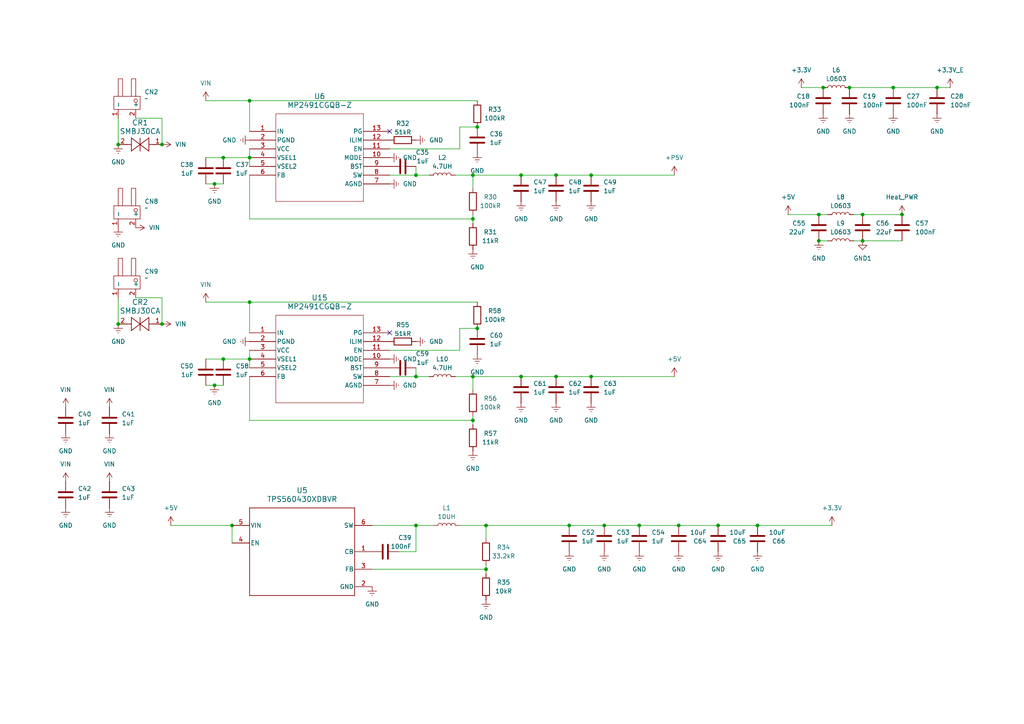
<source format=kicad_sch>
(kicad_sch (version 20231120) (generator "eeschema") (generator_version "8.0")
  (paper "A4")
  (lib_symbols
    (symbol "Device:C" (pin_numbers hide) (pin_names (offset 0.254))
      (property "Reference" "C" (at 0.635 2.54 0))
      (property "Value" "C" (at 0.635 -2.54 0))
      (symbol "C_0_1"
        (polyline (pts (xy -2.032 -0.762) (xy 2.032 -0.762)) (stroke (width 0.508)))
        (polyline (pts (xy -2.032 0.762) (xy 2.032 0.762)) (stroke (width 0.508)))
      )
      (symbol "C_1_1"
        (pin passive line (at 0 3.81 270) (length 2.794) (name "~") (number "1"))
        (pin passive line (at 0 -3.81 90) (length 2.794) (name "~") (number "2"))
      )
    )
    (symbol "Device:L" (pin_numbers hide) (pin_names (offset 1.016) hide)
      (property "Reference" "L" (at -1.27 0 90))
      (property "Value" "L" (at 1.905 0 90))
      (symbol "L_0_1"
        (arc (start 0 -2.54) (mid 0.6323 -1.905) (end 0 -1.27))
        (arc (start 0 -1.27) (mid 0.6323 -0.635) (end 0 0))
        (arc (start 0 0) (mid 0.6323 0.635) (end 0 1.27))
        (arc (start 0 1.27) (mid 0.6323 1.905) (end 0 2.54))
      )
      (symbol "L_1_1"
        (pin passive line (at 0 3.81 270) (length 1.27) (name "1") (number "1"))
        (pin passive line (at 0 -3.81 90) (length 1.27) (name "2") (number "2"))
      )
    )
    (symbol "Device:R" (pin_numbers hide) (pin_names (offset 0))
      (property "Reference" "R" (at 2.032 0 90))
      (property "Value" "R" (at 0 0 90))
      (symbol "R_0_1"
        (rectangle (start -1.016 -2.54) (end 1.016 2.54) (stroke (width 0.254)))
      )
      (symbol "R_1_1"
        (pin passive line (at 0 3.81 270) (length 1.27) (name "~") (number "1"))
        (pin passive line (at 0 -3.81 90) (length 1.27) (name "~") (number "2"))
      )
    )
    (symbol "Kaiser:MP2491CGQB-Z" (pin_names (offset 0.254))
      (property "Reference" "U" (at 20.32 10.16 0))
      (property "Value" "MP2491CGQB-Z" (at 20.32 7.62 0))
      (symbol "MP2491CGQB-Z_0_1"
        (polyline (pts (xy 7.62 -20.32) (xy 33.02 -20.32)) (stroke (width 0.127)))
        (polyline (pts (xy 7.62 5.08) (xy 7.62 -20.32)) (stroke (width 0.127)))
        (polyline (pts (xy 33.02 -20.32) (xy 33.02 5.08)) (stroke (width 0.127)))
        (polyline (pts (xy 33.02 5.08) (xy 7.62 5.08)) (stroke (width 0.127)))
        (pin power_in line (at 0 0 0) (length 7.62) (name "IN") (number "1"))
        (pin unspecified line (at 40.64 -7.62 180) (length 7.62) (name "MODE") (number "10"))
        (pin unspecified line (at 40.64 -5.08 180) (length 7.62) (name "EN") (number "11"))
        (pin unspecified line (at 40.64 -2.54 180) (length 7.62) (name "ILIM") (number "12"))
        (pin output line (at 40.64 0 180) (length 7.62) (name "PG") (number "13"))
        (pin power_out line (at 0 -2.54 0) (length 7.62) (name "PGND") (number "2"))
        (pin power_in line (at 0 -5.08 0) (length 7.62) (name "VCC") (number "3"))
        (pin unspecified line (at 0 -7.62 0) (length 7.62) (name "VSEL1") (number "4"))
        (pin unspecified line (at 0 -10.16 0) (length 7.62) (name "VSEL2") (number "5"))
        (pin unspecified line (at 0 -12.7 0) (length 7.62) (name "FB") (number "6"))
        (pin power_out line (at 40.64 -15.24 180) (length 7.62) (name "AGND") (number "7"))
        (pin output line (at 40.64 -12.7 180) (length 7.62) (name "SW") (number "8"))
        (pin unspecified line (at 40.64 -10.16 180) (length 7.62) (name "BST") (number "9"))
      )
    )
    (symbol "Kaiser:SMBJ30CA" (pin_names (offset 0.254))
      (property "Reference" "CR" (at 1.27 3.81 0))
      (property "Value" "SMBJ30CA" (at 6.35 -3.81 0))
      (symbol "SMBJ30CA_0_1"
        (polyline (pts (xy 2.54 0) (xy 3.81 0)) (stroke (width 0.2032)))
        (polyline (pts (xy 3.81 -1.905) (xy 6.35 0)) (stroke (width 0.2032)))
        (polyline (pts (xy 3.81 1.905) (xy 3.81 -1.905)) (stroke (width 0.2032)))
        (polyline (pts (xy 6.35 -1.905) (xy 6.35 1.905)) (stroke (width 0.2032)))
        (polyline (pts (xy 6.35 0) (xy 3.81 1.905)) (stroke (width 0.2032)))
        (polyline (pts (xy 6.35 0) (xy 8.89 1.905)) (stroke (width 0.2032)))
        (polyline (pts (xy 8.89 -1.905) (xy 6.35 0)) (stroke (width 0.2032)))
        (polyline (pts (xy 8.89 0) (xy 10.16 0)) (stroke (width 0.2032)))
        (polyline (pts (xy 8.89 1.905) (xy 8.89 -1.905)) (stroke (width 0.2032)))
        (pin unspecified line (at 12.7 0 180) (length 2.54) (name "") (number "1"))
        (pin unspecified line (at 0 0 0) (length 2.54) (name "") (number "2"))
      )
    )
    (symbol "Kaiser:TPS560430XDBVR" (pin_names (offset 0.254))
      (property "Reference" "U" (at -14.986 14.732 0))
      (property "Value" "TPS560430XDBVR" (at 0 -9.144 0))
      (symbol "TPS560430XDBVR_0_1"
        (polyline (pts (xy -15.24 -12.7) (xy 15.24 -12.7)) (stroke (width 0.2032)))
        (polyline (pts (xy -15.24 12.7) (xy -15.24 -12.7)) (stroke (width 0.2032)))
        (polyline (pts (xy 15.24 -12.7) (xy 15.24 12.7)) (stroke (width 0.2032)))
        (polyline (pts (xy 15.24 12.7) (xy -15.24 12.7)) (stroke (width 0.2032)))
        (pin power_in line (at 20.32 0 180) (length 5.08) (name "CB") (number "1"))
        (pin power_in line (at 20.32 -10.16 180) (length 5.08) (name "GND") (number "2"))
        (pin input line (at 20.32 -5.08 180) (length 5.08) (name "FB") (number "3"))
        (pin input line (at -20.32 2.54 0) (length 5.08) (name "EN") (number "4"))
        (pin power_in line (at -20.32 7.62 0) (length 5.08) (name "VIN") (number "5"))
        (pin power_in line (at 20.32 7.62 180) (length 5.08) (name "SW") (number "6"))
      )
    )
    (symbol "Kaiser:XT？？"
      (property "Reference" "CN" (at -3.81 9.906 0))
      (symbol "XT？？_0_1"
        (rectangle (start -3.81 0) (end 3.81 3.81))
        (polyline (pts (xy -2.54 3.81) (xy -2.54 8.89) (xy -1.27 8.89) (xy -1.27 3.81)))
        (polyline (pts (xy 2.54 3.81) (xy 2.54 8.89) (xy 1.27 8.89) (xy 1.27 3.81)))
        (circle (center 2.54 2.54) (radius 0.508))
      )
      (symbol "XT？？_1_1"
        (pin input line (at -2.54 -2.54 90) (length 2.54) (name "-") (number "1"))
        (pin input line (at 2.54 -2.54 90) (length 2.54) (name "+") (number "2"))
      )
    )
    (symbol "power:GND1" (power) (pin_numbers hide) (pin_names (offset 0) hide)
      (property "Value" "GND1" (at 0 -3.81 0))
      (symbol "GND1_0_1"
        (polyline (pts (xy 0 0) (xy 0 -1.27) (xy 1.27 -1.27) (xy 0 -2.54) (xy -1.27 -1.27) (xy 0 -1.27)))
      )
      (symbol "GND1_1_1"
        (pin power_in line (at 0 0 270) (length 0) (name "~") (number "1"))
      )
    )
    (symbol "power:GNDREF" (power) (pin_numbers hide) (pin_names (offset 0) hide)
      (property "Value" "GNDREF" (at 0 -3.81 0))
      (symbol "GNDREF_0_1"
        (polyline (pts (xy -0.635 -1.905) (xy 0.635 -1.905)))
        (polyline (pts (xy -0.127 -2.54) (xy 0.127 -2.54)))
        (polyline (pts (xy 0 -1.27) (xy 0 0)))
        (polyline (pts (xy 1.27 -1.27) (xy -1.27 -1.27)))
      )
      (symbol "GNDREF_1_1"
        (pin power_in line (at 0 0 270) (length 0) (name "~") (number "1"))
      )
    )
    (symbol "power:VCC" (power) (pin_numbers hide) (pin_names (offset 0) hide)
      (property "Value" "VCC" (at 0 3.556 0))
      (symbol "VCC_0_1"
        (polyline (pts (xy -0.762 1.27) (xy 0 2.54)))
        (polyline (pts (xy 0 0) (xy 0 2.54)))
        (polyline (pts (xy 0 2.54) (xy 0.762 1.27)))
      )
      (symbol "VCC_1_1"
        (pin power_in line (at 0 0 90) (length 0) (name "~") (number "1"))
      )
    )
  )
  (junction (at 72.39 29.21))
  (junction (at 138.43 95.25))
  (junction (at 151.13 109.22))
  (junction (at 137.16 121.92))
  (junction (at 137.16 50.8))
  (junction (at 185.42 152.4))
  (junction (at 238.76 25.4))
  (junction (at 64.77 45.72))
  (junction (at 237.49 62.23))
  (junction (at 72.39 45.72))
  (junction (at 34.29 41.91))
  (junction (at 72.39 87.63))
  (junction (at 137.16 63.5))
  (junction (at 246.38 25.4))
  (junction (at 67.31 152.4))
  (junction (at 250.19 62.23))
  (junction (at 208.28 152.4))
  (junction (at 171.45 50.8))
  (junction (at 64.77 104.14))
  (junction (at 175.26 152.4))
  (junction (at 219.71 152.4))
  (junction (at 161.29 109.22))
  (junction (at 237.49 69.85))
  (junction (at 261.62 62.23))
  (junction (at 140.97 165.1))
  (junction (at 171.45 109.22))
  (junction (at 120.65 50.8))
  (junction (at 271.78 25.4))
  (junction (at 137.16 109.22))
  (junction (at 259.08 25.4))
  (junction (at 72.39 104.14))
  (junction (at 120.65 109.22))
  (junction (at 62.23 53.34))
  (junction (at 138.43 36.83))
  (junction (at 34.29 93.98))
  (junction (at 46.99 41.91))
  (junction (at 250.19 69.85))
  (junction (at 196.85 152.4))
  (junction (at 120.65 152.4))
  (junction (at 62.23 111.76))
  (junction (at 161.29 50.8))
  (junction (at 151.13 50.8))
  (junction (at 46.99 93.98))
  (junction (at 140.97 152.4))
  (junction (at 165.1 152.4))
  (no_connect (at 113.03 96.52))
  (no_connect (at 113.03 38.1))
  (wire (pts (xy 113.03 43.18) (xy 133.35 43.18)))
  (wire (pts (xy 120.65 160.02) (xy 120.65 152.4)))
  (wire (pts (xy 62.23 111.76) (xy 59.69 111.76)))
  (wire (pts (xy 62.23 53.34) (xy 59.69 53.34)))
  (wire (pts (xy 271.78 25.4) (xy 259.08 25.4)))
  (wire (pts (xy 185.42 152.4) (xy 175.26 152.4)))
  (wire (pts (xy 247.65 62.23) (xy 250.19 62.23)))
  (wire (pts (xy 67.31 152.4) (xy 67.31 157.48)))
  (wire (pts (xy 59.69 104.14) (xy 64.77 104.14)))
  (wire (pts (xy 72.39 121.92) (xy 137.16 121.92)))
  (wire (pts (xy 115.57 160.02) (xy 120.65 160.02)))
  (wire (pts (xy 46.99 93.98) (xy 46.99 86.36)))
  (wire (pts (xy 237.49 69.85) (xy 240.03 69.85)))
  (wire (pts (xy 137.16 121.92) (xy 137.16 123.19)))
  (wire (pts (xy 171.45 109.22) (xy 195.58 109.22)))
  (wire (pts (xy 113.03 101.6) (xy 133.35 101.6)))
  (wire (pts (xy 137.16 63.5) (xy 137.16 64.77)))
  (wire (pts (xy 161.29 109.22) (xy 171.45 109.22)))
  (wire (pts (xy 250.19 69.85) (xy 247.65 69.85)))
  (wire (pts (xy 113.03 109.22) (xy 120.65 109.22)))
  (wire (pts (xy 72.39 104.14) (xy 72.39 106.68)))
  (wire (pts (xy 132.08 109.22) (xy 137.16 109.22)))
  (wire (pts (xy 62.23 53.34) (xy 64.77 53.34)))
  (wire (pts (xy 107.95 165.1) (xy 140.97 165.1)))
  (wire (pts (xy 46.99 41.91) (xy 46.99 34.29)))
  (wire (pts (xy 140.97 156.21) (xy 140.97 152.4)))
  (wire (pts (xy 137.16 50.8) (xy 137.16 54.61)))
  (wire (pts (xy 132.08 50.8) (xy 137.16 50.8)))
  (wire (pts (xy 125.73 152.4) (xy 120.65 152.4)))
  (wire (pts (xy 137.16 50.8) (xy 151.13 50.8)))
  (wire (pts (xy 72.39 29.21) (xy 72.39 38.1)))
  (wire (pts (xy 175.26 152.4) (xy 165.1 152.4)))
  (wire (pts (xy 46.99 86.36) (xy 39.37 86.36)))
  (wire (pts (xy 72.39 50.8) (xy 72.39 63.5)))
  (wire (pts (xy 250.19 69.85) (xy 261.62 69.85)))
  (wire (pts (xy 140.97 152.4) (xy 165.1 152.4)))
  (wire (pts (xy 137.16 62.23) (xy 137.16 63.5)))
  (wire (pts (xy 138.43 29.21) (xy 72.39 29.21)))
  (wire (pts (xy 34.29 41.91) (xy 34.29 34.29)))
  (wire (pts (xy 137.16 109.22) (xy 151.13 109.22)))
  (wire (pts (xy 62.23 111.76) (xy 64.77 111.76)))
  (wire (pts (xy 133.35 43.18) (xy 133.35 36.83)))
  (wire (pts (xy 151.13 50.8) (xy 161.29 50.8)))
  (wire (pts (xy 219.71 152.4) (xy 241.3 152.4)))
  (wire (pts (xy 137.16 109.22) (xy 137.16 113.03)))
  (wire (pts (xy 232.41 25.4) (xy 238.76 25.4)))
  (wire (pts (xy 72.39 101.6) (xy 72.39 104.14)))
  (wire (pts (xy 137.16 120.65) (xy 137.16 121.92)))
  (wire (pts (xy 59.69 45.72) (xy 64.77 45.72)))
  (wire (pts (xy 72.39 43.18) (xy 72.39 45.72)))
  (wire (pts (xy 120.65 50.8) (xy 124.46 50.8)))
  (wire (pts (xy 237.49 62.23) (xy 240.03 62.23)))
  (wire (pts (xy 120.65 109.22) (xy 124.46 109.22)))
  (wire (pts (xy 34.29 93.98) (xy 34.29 86.36)))
  (wire (pts (xy 120.65 106.68) (xy 120.65 109.22)))
  (wire (pts (xy 64.77 104.14) (xy 72.39 104.14)))
  (wire (pts (xy 72.39 109.22) (xy 72.39 121.92)))
  (wire (pts (xy 120.65 48.26) (xy 120.65 50.8)))
  (wire (pts (xy 46.99 34.29) (xy 39.37 34.29)))
  (wire (pts (xy 140.97 165.1) (xy 140.97 166.37)))
  (wire (pts (xy 64.77 45.72) (xy 72.39 45.72)))
  (wire (pts (xy 219.71 152.4) (xy 208.28 152.4)))
  (wire (pts (xy 133.35 95.25) (xy 138.43 95.25)))
  (wire (pts (xy 208.28 152.4) (xy 196.85 152.4)))
  (wire (pts (xy 171.45 50.8) (xy 195.58 50.8)))
  (wire (pts (xy 59.69 87.63) (xy 72.39 87.63)))
  (wire (pts (xy 113.03 50.8) (xy 120.65 50.8)))
  (wire (pts (xy 140.97 152.4) (xy 133.35 152.4)))
  (wire (pts (xy 250.19 62.23) (xy 261.62 62.23)))
  (wire (pts (xy 72.39 87.63) (xy 72.39 96.52)))
  (wire (pts (xy 72.39 45.72) (xy 72.39 48.26)))
  (wire (pts (xy 138.43 87.63) (xy 72.39 87.63)))
  (wire (pts (xy 161.29 50.8) (xy 171.45 50.8)))
  (wire (pts (xy 228.6 62.23) (xy 237.49 62.23)))
  (wire (pts (xy 120.65 152.4) (xy 107.95 152.4)))
  (wire (pts (xy 259.08 25.4) (xy 246.38 25.4)))
  (wire (pts (xy 59.69 29.21) (xy 72.39 29.21)))
  (wire (pts (xy 185.42 152.4) (xy 196.85 152.4)))
  (wire (pts (xy 140.97 163.83) (xy 140.97 165.1)))
  (wire (pts (xy 133.35 101.6) (xy 133.35 95.25)))
  (wire (pts (xy 151.13 109.22) (xy 161.29 109.22)))
  (wire (pts (xy 133.35 36.83) (xy 138.43 36.83)))
  (wire (pts (xy 72.39 63.5) (xy 137.16 63.5)))
  (wire (pts (xy 49.53 152.4) (xy 67.31 152.4)))
  (wire (pts (xy 275.59 25.4) (xy 271.78 25.4)))
  (symbol (lib_id "Kaiser:SMBJ30CA") (at 34.29 41.91 0) (unit 1)
    (property "Reference" "CR1" (at 40.64 35.56 0) (effects (font (size 1.524 1.524))))
    (property "Value" "SMBJ30CA" (at 40.64 38.1 0) (effects (font (size 1.524 1.524))))
    (property "Footprint" "Kaiser:DO-214AA_LTF" (effects (hide yes)))
  )
  (symbol (lib_id "Device:C") (at 151.13 113.03 0) (mirror x) (unit 1)
    (property "Reference" "C61" (at 154.686 111.252 0) (effects (justify left)))
    (property "Value" "1uF" (at 154.686 113.792 0) (effects (justify left)))
    (property "Footprint" "Kaiser:C_1206_3216Metric" (effects (hide yes)))
    (property "Description" "Unpolarized capacitor" (effects (hide yes)))
  )
  (symbol (lib_id "Device:C") (at 31.75 121.92 0) (mirror x) (unit 1)
    (property "Reference" "C41" (at 35.306 120.142 0) (effects (justify left)))
    (property "Value" "1uF" (at 35.306 122.682 0) (effects (justify left)))
    (property "Footprint" "Kaiser:C_1206_3216Metric" (effects (hide yes)))
    (property "Description" "Unpolarized capacitor" (effects (hide yes)))
  )
  (symbol (lib_id "power:GNDREF") (at 34.29 41.91 0) (mirror y) (unit 1)
    (property "Reference" "#PWR029" (effects (hide yes)))
    (property "Value" "GND" (at 34.29 46.99 0))
    (property "Description" "Power symbol creates a global label with name \"GNDREF\" , reference supply ground" (effects (hide yes)))
  )
  (symbol (lib_id "Kaiser:XT？？") (at 36.83 63.5 0) (unit 1)
    (property "Reference" "CN8" (at 41.91 58.4199 0) (effects (justify left)))
    (property "Value" "~" (at 41.91 60.325 0) (effects (justify left)))
    (property "Footprint" "Connector_AMASS:AMASS_XT30U-M_1x02_P5.0mm_Vertical" (effects (hide yes)))
  )
  (symbol (lib_id "Device:C") (at 165.1 156.21 0) (mirror x) (unit 1)
    (property "Reference" "C52" (at 168.656 154.432 0) (effects (justify left)))
    (property "Value" "1uF" (at 168.656 156.972 0) (effects (justify left)))
    (property "Footprint" "Kaiser:C_1206_3216Metric" (effects (hide yes)))
    (property "Description" "Unpolarized capacitor" (effects (hide yes)))
  )
  (symbol (lib_id "power:GNDREF") (at 171.45 58.42 0) (mirror y) (unit 1)
    (property "Reference" "#PWR0164" (effects (hide yes)))
    (property "Value" "GND" (at 171.45 63.5 0))
    (property "Description" "Power symbol creates a global label with name \"GNDREF\" , reference supply ground" (effects (hide yes)))
  )
  (symbol (lib_id "Device:C") (at 138.43 99.06 0) (mirror x) (unit 1)
    (property "Reference" "C60" (at 141.986 97.282 0) (effects (justify left)))
    (property "Value" "1uF" (at 141.986 99.822 0) (effects (justify left)))
    (property "Footprint" "Kaiser:C_0402_1005Metric" (effects (hide yes)))
    (property "Description" "Unpolarized capacitor" (effects (hide yes)))
  )
  (symbol (lib_id "power:GND1") (at 250.19 69.85 0) (unit 1)
    (property "Reference" "#PWR0175" (effects (hide yes)))
    (property "Value" "GND1" (at 250.19 74.93 0))
    (property "Description" "Power symbol creates a global label with name \"GND1\" , ground" (effects (hide yes)))
  )
  (symbol (lib_id "Device:C") (at 138.43 40.64 0) (mirror x) (unit 1)
    (property "Reference" "C36" (at 141.986 38.862 0) (effects (justify left)))
    (property "Value" "1uF" (at 141.986 41.402 0) (effects (justify left)))
    (property "Footprint" "Kaiser:C_0402_1005Metric" (effects (hide yes)))
    (property "Description" "Unpolarized capacitor" (effects (hide yes)))
  )
  (symbol (lib_id "power:VCC") (at 31.75 139.7 0) (unit 1)
    (property "Reference" "#PWR0123" (effects (hide yes)))
    (property "Value" "VIN" (at 31.75 134.62 0))
    (property "Description" "Power symbol creates a global label with name \"VCC\"" (effects (hide yes)))
  )
  (symbol (lib_id "Device:C") (at 196.85 156.21 180) (unit 1)
    (property "Reference" "C64" (at 204.978 156.972 0) (effects (justify left)))
    (property "Value" "10uF" (at 204.978 154.432 0) (effects (justify left)))
    (property "Footprint" "Kaiser:C_0402_1005Metric" (effects (hide yes)))
    (property "Description" "Unpolarized capacitor" (effects (hide yes)))
  )
  (symbol (lib_id "power:GNDREF") (at 151.13 58.42 0) (mirror y) (unit 1)
    (property "Reference" "#PWR0162" (effects (hide yes)))
    (property "Value" "GND" (at 151.13 63.5 0))
    (property "Description" "Power symbol creates a global label with name \"GNDREF\" , reference supply ground" (effects (hide yes)))
  )
  (symbol (lib_id "Kaiser:MP2491CGQB-Z") (at 72.39 96.52 0) (unit 1)
    (property "Reference" "U15" (at 92.71 86.36 0) (effects (font (size 1.524 1.524))))
    (property "Value" "MP2491CGQB-Z" (at 92.71 88.9 0) (effects (font (size 1.524 1.524))))
    (property "Footprint" "Kaiser:QFN-13_2p5MMx3MM_MNP" (effects (hide yes)))
  )
  (symbol (lib_id "power:GNDREF") (at 31.75 147.32 0) (mirror y) (unit 1)
    (property "Reference" "#PWR0124" (effects (hide yes)))
    (property "Value" "GND" (at 31.75 152.4 0))
    (property "Description" "Power symbol creates a global label with name \"GNDREF\" , reference supply ground" (effects (hide yes)))
  )
  (symbol (lib_id "Device:C") (at 246.38 29.21 0) (unit 1)
    (property "Reference" "C19" (at 250.19 27.9399 0) (effects (justify left)))
    (property "Value" "100nF" (at 250.19 30.4799 0) (effects (justify left)))
    (property "Footprint" "Kaiser:C_0402_1005Metric" (effects (hide yes)))
    (property "Description" "Unpolarized capacitor" (effects (hide yes)))
  )
  (symbol (lib_id "power:GNDREF") (at 271.78 33.02 0) (mirror y) (unit 1)
    (property "Reference" "#PWR061" (effects (hide yes)))
    (property "Value" "GND" (at 271.78 38.1 0))
    (property "Description" "Power symbol creates a global label with name \"GNDREF\" , reference supply ground" (effects (hide yes)))
  )
  (symbol (lib_id "Device:C") (at 161.29 113.03 0) (mirror x) (unit 1)
    (property "Reference" "C62" (at 164.846 111.252 0) (effects (justify left)))
    (property "Value" "1uF" (at 164.846 113.792 0) (effects (justify left)))
    (property "Footprint" "Kaiser:C_1206_3216Metric" (effects (hide yes)))
    (property "Description" "Unpolarized capacitor" (effects (hide yes)))
  )
  (symbol (lib_id "power:GNDREF") (at 34.29 93.98 0) (mirror y) (unit 1)
    (property "Reference" "#PWR099" (effects (hide yes)))
    (property "Value" "GND" (at 34.29 99.06 0))
    (property "Description" "Power symbol creates a global label with name \"GNDREF\" , reference supply ground" (effects (hide yes)))
  )
  (symbol (lib_id "power:GNDREF") (at 107.95 170.18 0) (mirror y) (unit 1)
    (property "Reference" "#PWR097" (effects (hide yes)))
    (property "Value" "GND" (at 107.95 175.26 0))
    (property "Description" "Power symbol creates a global label with name \"GNDREF\" , reference supply ground" (effects (hide yes)))
  )
  (symbol (lib_id "Device:L") (at 243.84 69.85 90) (unit 1)
    (property "Reference" "L9" (at 243.84 64.77 90))
    (property "Value" "L0603" (at 243.84 67.31 90))
    (property "Footprint" "Kaiser:L0603" (effects (hide yes)))
    (property "Description" "Inductor" (effects (hide yes)))
  )
  (symbol (lib_id "power:GNDREF") (at 19.05 125.73 0) (mirror y) (unit 1)
    (property "Reference" "#PWR0118" (effects (hide yes)))
    (property "Value" "GND" (at 19.05 130.81 0))
    (property "Description" "Power symbol creates a global label with name \"GNDREF\" , reference supply ground" (effects (hide yes)))
  )
  (symbol (lib_id "power:GNDREF") (at 72.39 99.06 270) (mirror x) (unit 1)
    (property "Reference" "#PWR0174" (effects (hide yes)))
    (property "Value" "GND" (at 68.58 99.0599 90) (effects (justify right)))
    (property "Description" "Power symbol creates a global label with name \"GNDREF\" , reference supply ground" (effects (hide yes)))
  )
  (symbol (lib_id "Device:C") (at 19.05 143.51 0) (mirror x) (unit 1)
    (property "Reference" "C42" (at 22.606 141.732 0) (effects (justify left)))
    (property "Value" "1uF" (at 22.606 144.272 0) (effects (justify left)))
    (property "Footprint" "Kaiser:C_1206_3216Metric" (effects (hide yes)))
    (property "Description" "Unpolarized capacitor" (effects (hide yes)))
  )
  (symbol (lib_id "Device:C") (at 64.77 49.53 0) (mirror x) (unit 1)
    (property "Reference" "C37" (at 68.326 47.752 0) (effects (justify left)))
    (property "Value" "1uF" (at 68.326 50.292 0) (effects (justify left)))
    (property "Footprint" "Kaiser:C_0402_1005Metric" (effects (hide yes)))
    (property "Description" "Unpolarized capacitor" (effects (hide yes)))
  )
  (symbol (lib_id "power:GNDREF") (at 175.26 160.02 0) (mirror y) (unit 1)
    (property "Reference" "#PWR0168" (effects (hide yes)))
    (property "Value" "GND" (at 175.26 165.1 0))
    (property "Description" "Power symbol creates a global label with name \"GNDREF\" , reference supply ground" (effects (hide yes)))
  )
  (symbol (lib_id "Device:C") (at 151.13 54.61 0) (mirror x) (unit 1)
    (property "Reference" "C47" (at 154.686 52.832 0) (effects (justify left)))
    (property "Value" "1uF" (at 154.686 55.372 0) (effects (justify left)))
    (property "Footprint" "Kaiser:C_1206_3216Metric" (effects (hide yes)))
    (property "Description" "Unpolarized capacitor" (effects (hide yes)))
  )
  (symbol (lib_id "power:VCC") (at 19.05 139.7 0) (unit 1)
    (property "Reference" "#PWR0121" (effects (hide yes)))
    (property "Value" "VIN" (at 19.05 134.62 0))
    (property "Description" "Power symbol creates a global label with name \"VCC\"" (effects (hide yes)))
  )
  (symbol (lib_id "Device:R") (at 116.84 40.64 90) (unit 1)
    (property "Reference" "R32" (at 116.84 35.814 90))
    (property "Value" "51kR" (at 116.84 38.354 90))
    (property "Footprint" "Kaiser:R_0402_1005Metric" (effects (hide yes)))
    (property "Description" "Resistor" (effects (hide yes)))
  )
  (symbol (lib_id "Device:R") (at 140.97 160.02 0) (mirror y) (unit 1)
    (property "Reference" "R34" (at 146.05 158.75 0))
    (property "Value" "33.2kR" (at 146.05 161.29 0))
    (property "Footprint" "Kaiser:R_0402_1005Metric" (effects (hide yes)))
    (property "Description" "Resistor" (effects (hide yes)))
  )
  (symbol (lib_id "Device:C") (at 59.69 49.53 180) (unit 1)
    (property "Reference" "C38" (at 56.134 47.752 0) (effects (justify left)))
    (property "Value" "1uF" (at 56.134 50.292 0) (effects (justify left)))
    (property "Footprint" "Kaiser:C_0402_1005Metric" (effects (hide yes)))
    (property "Description" "Unpolarized capacitor" (effects (hide yes)))
  )
  (symbol (lib_id "power:VCC") (at 46.99 93.98 270) (unit 1)
    (property "Reference" "#PWR0101" (effects (hide yes)))
    (property "Value" "VIN" (at 50.8 93.9799 90) (effects (justify left)))
    (property "Description" "Power symbol creates a global label with name \"VCC\"" (effects (hide yes)))
  )
  (symbol (lib_id "Device:C") (at 171.45 54.61 0) (mirror x) (unit 1)
    (property "Reference" "C49" (at 175.006 52.832 0) (effects (justify left)))
    (property "Value" "1uF" (at 175.006 55.372 0) (effects (justify left)))
    (property "Footprint" "Kaiser:C_1206_3216Metric" (effects (hide yes)))
    (property "Description" "Unpolarized capacitor" (effects (hide yes)))
  )
  (symbol (lib_id "power:GNDREF") (at 165.1 160.02 0) (mirror y) (unit 1)
    (property "Reference" "#PWR0167" (effects (hide yes)))
    (property "Value" "GND" (at 165.1 165.1 0))
    (property "Description" "Power symbol creates a global label with name \"GNDREF\" , reference supply ground" (effects (hide yes)))
  )
  (symbol (lib_id "power:GNDREF") (at 161.29 116.84 0) (mirror y) (unit 1)
    (property "Reference" "#PWR0182" (effects (hide yes)))
    (property "Value" "GND" (at 161.29 121.92 0))
    (property "Description" "Power symbol creates a global label with name \"GNDREF\" , reference supply ground" (effects (hide yes)))
  )
  (symbol (lib_id "power:VCC") (at 31.75 118.11 0) (unit 1)
    (property "Reference" "#PWR0120" (effects (hide yes)))
    (property "Value" "VIN" (at 31.75 113.03 0))
    (property "Description" "Power symbol creates a global label with name \"VCC\"" (effects (hide yes)))
  )
  (symbol (lib_id "power:GNDREF") (at 113.03 111.76 90) (mirror x) (unit 1)
    (property "Reference" "#PWR0177" (effects (hide yes)))
    (property "Value" "GND" (at 116.84 111.7599 90) (effects (justify right)))
    (property "Description" "Power symbol creates a global label with name \"GNDREF\" , reference supply ground" (effects (hide yes)))
  )
  (symbol (lib_id "Device:L") (at 128.27 50.8 90) (unit 1)
    (property "Reference" "L2" (at 128.27 45.72 90))
    (property "Value" "4.7UH" (at 128.27 48.26 90))
    (property "Footprint" "Inductor_SMD:L_Chilisin_BMRA00040420" (effects (hide yes)))
    (property "Description" "Inductor" (effects (hide yes)))
  )
  (symbol (lib_id "power:VCC") (at 49.53 152.4 0) (unit 1)
    (property "Reference" "#PWR094" (effects (hide yes)))
    (property "Value" "+5V" (at 49.53 147.32 0))
    (property "Description" "Power symbol creates a global label with name \"VCC\"" (effects (hide yes)))
  )
  (symbol (lib_id "Device:R") (at 137.16 58.42 0) (mirror y) (unit 1)
    (property "Reference" "R30" (at 142.24 57.15 0))
    (property "Value" "100kR" (at 142.24 59.69 0))
    (property "Footprint" "Kaiser:R_0402_1005Metric" (effects (hide yes)))
    (property "Description" "Resistor" (effects (hide yes)))
  )
  (symbol (lib_id "power:GNDREF") (at 62.23 53.34 0) (unit 1)
    (property "Reference" "#PWR093" (effects (hide yes)))
    (property "Value" "GND" (at 62.23 58.42 0))
    (property "Description" "Power symbol creates a global label with name \"GNDREF\" , reference supply ground" (effects (hide yes)))
  )
  (symbol (lib_id "power:GNDREF") (at 137.16 72.39 0) (mirror y) (unit 1)
    (property "Reference" "#PWR088" (effects (hide yes)))
    (property "Value" "GND" (at 138.43 77.47 0))
    (property "Description" "Power symbol creates a global label with name \"GNDREF\" , reference supply ground" (effects (hide yes)))
  )
  (symbol (lib_id "power:GNDREF") (at 120.65 40.64 90) (mirror x) (unit 1)
    (property "Reference" "#PWR087" (effects (hide yes)))
    (property "Value" "GND" (at 124.46 40.6399 90) (effects (justify right)))
    (property "Description" "Power symbol creates a global label with name \"GNDREF\" , reference supply ground" (effects (hide yes)))
  )
  (symbol (lib_id "power:GNDREF") (at 196.85 160.02 0) (mirror y) (unit 1)
    (property "Reference" "#PWR0185" (effects (hide yes)))
    (property "Value" "GND" (at 196.85 165.1 0))
    (property "Description" "Power symbol creates a global label with name \"GNDREF\" , reference supply ground" (effects (hide yes)))
  )
  (symbol (lib_id "power:GNDREF") (at 171.45 116.84 0) (mirror y) (unit 1)
    (property "Reference" "#PWR0183" (effects (hide yes)))
    (property "Value" "GND" (at 171.45 121.92 0))
    (property "Description" "Power symbol creates a global label with name \"GNDREF\" , reference supply ground" (effects (hide yes)))
  )
  (symbol (lib_id "power:VCC") (at 195.58 50.8 0) (unit 1)
    (property "Reference" "#PWR092" (effects (hide yes)))
    (property "Value" "+P5V" (at 195.58 45.72 0))
    (property "Description" "Power symbol creates a global label with name \"VCC\"" (effects (hide yes)))
  )
  (symbol (lib_id "Device:L") (at 242.57 25.4 90) (unit 1)
    (property "Reference" "L6" (at 242.57 20.32 90))
    (property "Value" "L0603" (at 242.57 22.86 90))
    (property "Footprint" "Kaiser:L0603" (effects (hide yes)))
    (property "Description" "Inductor" (effects (hide yes)))
  )
  (symbol (lib_id "Kaiser:TPS560430XDBVR") (at 87.63 160.02 0) (unit 1)
    (property "Reference" "U5" (at 87.63 142.24 0) (effects (font (size 1.524 1.524))))
    (property "Value" "TPS560430XDBVR" (at 87.63 144.78 0) (effects (font (size 1.524 1.524))))
    (property "Footprint" "Package_TO_SOT_SMD:SOT-23-6" (effects (hide yes)))
  )
  (symbol (lib_id "Device:C") (at 259.08 29.21 0) (unit 1)
    (property "Reference" "C27" (at 262.89 27.9399 0) (effects (justify left)))
    (property "Value" "100nF" (at 262.89 30.4799 0) (effects (justify left)))
    (property "Footprint" "Kaiser:C_0402_1005Metric" (effects (hide yes)))
    (property "Description" "Unpolarized capacitor" (effects (hide yes)))
  )
  (symbol (lib_id "Kaiser:MP2491CGQB-Z") (at 72.39 38.1 0) (unit 1)
    (property "Reference" "U6" (at 92.71 27.94 0) (effects (font (size 1.524 1.524))))
    (property "Value" "MP2491CGQB-Z" (at 92.71 30.48 0) (effects (font (size 1.524 1.524))))
    (property "Footprint" "Kaiser:QFN-13_2p5MMx3MM_MNP" (effects (hide yes)))
  )
  (symbol (lib_id "power:GNDREF") (at 113.03 53.34 90) (mirror x) (unit 1)
    (property "Reference" "#PWR084" (effects (hide yes)))
    (property "Value" "GND" (at 116.84 53.3399 90) (effects (justify right)))
    (property "Description" "Power symbol creates a global label with name \"GNDREF\" , reference supply ground" (effects (hide yes)))
  )
  (symbol (lib_id "power:VCC") (at 59.69 29.21 0) (unit 1)
    (property "Reference" "#PWR091" (effects (hide yes)))
    (property "Value" "VIN" (at 59.69 24.13 0))
    (property "Description" "Power symbol creates a global label with name \"VCC\"" (effects (hide yes)))
  )
  (symbol (lib_id "power:GNDREF") (at 72.39 40.64 270) (mirror x) (unit 1)
    (property "Reference" "#PWR085" (effects (hide yes)))
    (property "Value" "GND" (at 68.58 40.6399 90) (effects (justify right)))
    (property "Description" "Power symbol creates a global label with name \"GNDREF\" , reference supply ground" (effects (hide yes)))
  )
  (symbol (lib_id "power:GNDREF") (at 246.38 33.02 0) (mirror y) (unit 1)
    (property "Reference" "#PWR042" (effects (hide yes)))
    (property "Value" "GND" (at 246.38 38.1 0))
    (property "Description" "Power symbol creates a global label with name \"GNDREF\" , reference supply ground" (effects (hide yes)))
  )
  (symbol (lib_id "power:VCC") (at 46.99 41.91 270) (unit 1)
    (property "Reference" "#PWR090" (effects (hide yes)))
    (property "Value" "VIN" (at 50.8 41.9099 90) (effects (justify left)))
    (property "Description" "Power symbol creates a global label with name \"VCC\"" (effects (hide yes)))
  )
  (symbol (lib_id "Kaiser:XT？？") (at 36.83 83.82 0) (unit 1)
    (property "Reference" "CN9" (at 41.91 78.7399 0) (effects (justify left)))
    (property "Value" "~" (at 41.91 80.645 0) (effects (justify left)))
    (property "Footprint" "Connector_AMASS:AMASS_XT30U-M_1x02_P5.0mm_Vertical" (effects (hide yes)))
  )
  (symbol (lib_id "power:GNDREF") (at 113.03 45.72 90) (mirror x) (unit 1)
    (property "Reference" "#PWR086" (effects (hide yes)))
    (property "Value" "GND" (at 116.84 45.7199 90) (effects (justify right)))
    (property "Description" "Power symbol creates a global label with name \"GNDREF\" , reference supply ground" (effects (hide yes)))
  )
  (symbol (lib_id "power:GNDREF") (at 137.16 130.81 0) (mirror y) (unit 1)
    (property "Reference" "#PWR0179" (effects (hide yes)))
    (property "Value" "GND" (at 137.16 135.89 0))
    (property "Description" "Power symbol creates a global label with name \"GNDREF\" , reference supply ground" (effects (hide yes)))
  )
  (symbol (lib_id "Device:C") (at 261.62 66.04 0) (unit 1)
    (property "Reference" "C57" (at 265.43 64.7699 0) (effects (justify left)))
    (property "Value" "100nF" (at 265.43 67.3099 0) (effects (justify left)))
    (property "Footprint" "Kaiser:C_0402_1005Metric" (effects (hide yes)))
    (property "Description" "Unpolarized capacitor" (effects (hide yes)))
  )
  (symbol (lib_id "power:GNDREF") (at 219.71 160.02 0) (mirror y) (unit 1)
    (property "Reference" "#PWR0187" (effects (hide yes)))
    (property "Value" "GND" (at 219.71 165.1 0))
    (property "Description" "Power symbol creates a global label with name \"GNDREF\" , reference supply ground" (effects (hide yes)))
  )
  (symbol (lib_id "Device:R") (at 140.97 170.18 180) (unit 1)
    (property "Reference" "R35" (at 146.05 168.91 0))
    (property "Value" "10kR" (at 146.05 171.45 0))
    (property "Footprint" "Kaiser:R_0402_1005Metric" (effects (hide yes)))
    (property "Description" "Resistor" (effects (hide yes)))
  )
  (symbol (lib_id "Device:C") (at 237.49 66.04 0) (unit 1)
    (property "Reference" "C55" (at 233.68 64.7699 0) (effects (justify right)))
    (property "Value" "22uF" (at 233.68 67.3099 0) (effects (justify right)))
    (property "Footprint" "Kaiser:C_0402_1005Metric" (effects (hide yes)))
    (property "Description" "Unpolarized capacitor" (effects (hide yes)))
  )
  (symbol (lib_id "power:GNDREF") (at 140.97 173.99 0) (mirror y) (unit 1)
    (property "Reference" "#PWR095" (effects (hide yes)))
    (property "Value" "GND" (at 140.97 179.07 0))
    (property "Description" "Power symbol creates a global label with name \"GNDREF\" , reference supply ground" (effects (hide yes)))
  )
  (symbol (lib_id "Device:C") (at 250.19 66.04 0) (unit 1)
    (property "Reference" "C56" (at 254 64.7699 0) (effects (justify left)))
    (property "Value" "22uF" (at 254 67.3099 0) (effects (justify left)))
    (property "Footprint" "Kaiser:C_0402_1005Metric" (effects (hide yes)))
    (property "Description" "Unpolarized capacitor" (effects (hide yes)))
  )
  (symbol (lib_id "power:GNDREF") (at 120.65 99.06 90) (mirror x) (unit 1)
    (property "Reference" "#PWR0178" (effects (hide yes)))
    (property "Value" "GND" (at 124.46 99.0599 90) (effects (justify right)))
    (property "Description" "Power symbol creates a global label with name \"GNDREF\" , reference supply ground" (effects (hide yes)))
  )
  (symbol (lib_id "power:GNDREF") (at 259.08 33.02 0) (mirror y) (unit 1)
    (property "Reference" "#PWR043" (effects (hide yes)))
    (property "Value" "GND" (at 259.08 38.1 0))
    (property "Description" "Power symbol creates a global label with name \"GNDREF\" , reference supply ground" (effects (hide yes)))
  )
  (symbol (lib_id "power:GNDREF") (at 19.05 147.32 0) (mirror y) (unit 1)
    (property "Reference" "#PWR0122" (effects (hide yes)))
    (property "Value" "GND" (at 19.05 152.4 0))
    (property "Description" "Power symbol creates a global label with name \"GNDREF\" , reference supply ground" (effects (hide yes)))
  )
  (symbol (lib_id "Device:C") (at 185.42 156.21 0) (mirror x) (unit 1)
    (property "Reference" "C54" (at 188.976 154.432 0) (effects (justify left)))
    (property "Value" "1uF" (at 188.976 156.972 0) (effects (justify left)))
    (property "Footprint" "Kaiser:C_1206_3216Metric" (effects (hide yes)))
    (property "Description" "Unpolarized capacitor" (effects (hide yes)))
  )
  (symbol (lib_id "Device:C") (at 59.69 107.95 180) (unit 1)
    (property "Reference" "C50" (at 56.134 106.172 0) (effects (justify left)))
    (property "Value" "1uF" (at 56.134 108.712 0) (effects (justify left)))
    (property "Footprint" "Kaiser:C_0402_1005Metric" (effects (hide yes)))
    (property "Description" "Unpolarized capacitor" (effects (hide yes)))
  )
  (symbol (lib_id "Device:R") (at 138.43 33.02 0) (mirror y) (unit 1)
    (property "Reference" "R33" (at 143.51 31.75 0))
    (property "Value" "100kR" (at 143.51 34.29 0))
    (property "Footprint" "Kaiser:R_0402_1005Metric" (effects (hide yes)))
    (property "Description" "Resistor" (effects (hide yes)))
  )
  (symbol (lib_id "power:VCC") (at 241.3 152.4 0) (unit 1)
    (property "Reference" "#PWR096" (effects (hide yes)))
    (property "Value" "+3.3V" (at 241.3 147.32 0))
    (property "Description" "Power symbol creates a global label with name \"VCC\"" (effects (hide yes)))
  )
  (symbol (lib_id "Device:C") (at 271.78 29.21 0) (unit 1)
    (property "Reference" "C28" (at 275.59 27.9399 0) (effects (justify left)))
    (property "Value" "100nF" (at 275.59 30.4799 0) (effects (justify left)))
    (property "Footprint" "Kaiser:C_0402_1005Metric" (effects (hide yes)))
    (property "Description" "Unpolarized capacitor" (effects (hide yes)))
  )
  (symbol (lib_id "Device:R") (at 137.16 127 180) (unit 1)
    (property "Reference" "R57" (at 142.24 125.73 0))
    (property "Value" "11kR" (at 142.24 128.27 0))
    (property "Footprint" "Kaiser:R_0402_1005Metric" (effects (hide yes)))
    (property "Description" "Resistor" (effects (hide yes)))
  )
  (symbol (lib_id "Device:C") (at 116.84 48.26 90) (unit 1)
    (property "Reference" "C35" (at 124.46 44.196 90) (effects (justify left)))
    (property "Value" "1uF" (at 124.46 46.736 90) (effects (justify left)))
    (property "Footprint" "Kaiser:C_0402_1005Metric" (effects (hide yes)))
    (property "Description" "Unpolarized capacitor" (effects (hide yes)))
  )
  (symbol (lib_id "Device:C") (at 219.71 156.21 180) (unit 1)
    (property "Reference" "C66" (at 227.838 156.972 0) (effects (justify left)))
    (property "Value" "10uF" (at 227.838 154.432 0) (effects (justify left)))
    (property "Footprint" "Kaiser:C_0402_1005Metric" (effects (hide yes)))
    (property "Description" "Unpolarized capacitor" (effects (hide yes)))
  )
  (symbol (lib_id "Device:C") (at 19.05 121.92 0) (mirror x) (unit 1)
    (property "Reference" "C40" (at 22.606 120.142 0) (effects (justify left)))
    (property "Value" "1uF" (at 22.606 122.682 0) (effects (justify left)))
    (property "Footprint" "Kaiser:C_1206_3216Metric" (effects (hide yes)))
    (property "Description" "Unpolarized capacitor" (effects (hide yes)))
  )
  (symbol (lib_id "Device:R") (at 116.84 99.06 90) (unit 1)
    (property "Reference" "R55" (at 116.84 94.234 90))
    (property "Value" "51kR" (at 116.84 96.774 90))
    (property "Footprint" "Kaiser:R_0402_1005Metric" (effects (hide yes)))
    (property "Description" "Resistor" (effects (hide yes)))
  )
  (symbol (lib_id "Device:L") (at 128.27 109.22 90) (unit 1)
    (property "Reference" "L10" (at 128.27 104.14 90))
    (property "Value" "4.7UH" (at 128.27 106.68 90))
    (property "Footprint" "Inductor_SMD:L_Chilisin_BMRA00040420" (effects (hide yes)))
    (property "Description" "Inductor" (effects (hide yes)))
  )
  (symbol (lib_id "power:VCC") (at 228.6 62.23 0) (unit 1)
    (property "Reference" "#PWR0171" (effects (hide yes)))
    (property "Value" "+5V" (at 228.6 57.15 0))
    (property "Description" "Power symbol creates a global label with name \"VCC\"" (effects (hide yes)))
  )
  (symbol (lib_id "power:VCC") (at 19.05 118.11 0) (unit 1)
    (property "Reference" "#PWR0119" (effects (hide yes)))
    (property "Value" "VIN" (at 19.05 113.03 0))
    (property "Description" "Power symbol creates a global label with name \"VCC\"" (effects (hide yes)))
  )
  (symbol (lib_id "power:VCC") (at 232.41 25.4 0) (unit 1)
    (property "Reference" "#PWR040" (effects (hide yes)))
    (property "Value" "+3.3V" (at 232.41 20.32 0))
    (property "Description" "Power symbol creates a global label with name \"VCC\"" (effects (hide yes)))
  )
  (symbol (lib_id "Device:C") (at 64.77 107.95 0) (mirror x) (unit 1)
    (property "Reference" "C58" (at 68.326 106.172 0) (effects (justify left)))
    (property "Value" "1uF" (at 68.326 108.712 0) (effects (justify left)))
    (property "Footprint" "Kaiser:C_0402_1005Metric" (effects (hide yes)))
    (property "Description" "Unpolarized capacitor" (effects (hide yes)))
  )
  (symbol (lib_id "power:VCC") (at 261.62 62.23 0) (unit 1)
    (property "Reference" "#PWR0172" (effects (hide yes)))
    (property "Value" "Heat_PWR" (at 261.62 57.15 0))
    (property "Description" "Power symbol creates a global label with name \"VCC\"" (effects (hide yes)))
  )
  (symbol (lib_id "power:VCC") (at 275.59 25.4 0) (unit 1)
    (property "Reference" "#PWR062" (effects (hide yes)))
    (property "Value" "+3.3V_E" (at 275.59 20.32 0))
    (property "Description" "Power symbol creates a global label with name \"VCC\"" (effects (hide yes)))
  )
  (symbol (lib_id "power:GNDREF") (at 62.23 111.76 0) (unit 1)
    (property "Reference" "#PWR0165" (effects (hide yes)))
    (property "Value" "GND" (at 62.23 116.84 0))
    (property "Description" "Power symbol creates a global label with name \"GNDREF\" , reference supply ground" (effects (hide yes)))
  )
  (symbol (lib_id "power:VCC") (at 195.58 109.22 0) (unit 1)
    (property "Reference" "#PWR0184" (effects (hide yes)))
    (property "Value" "+5V" (at 195.58 104.14 0))
    (property "Description" "Power symbol creates a global label with name \"VCC\"" (effects (hide yes)))
  )
  (symbol (lib_id "power:GNDREF") (at 185.42 160.02 0) (mirror y) (unit 1)
    (property "Reference" "#PWR0169" (effects (hide yes)))
    (property "Value" "GND" (at 185.42 165.1 0))
    (property "Description" "Power symbol creates a global label with name \"GNDREF\" , reference supply ground" (effects (hide yes)))
  )
  (symbol (lib_id "Device:C") (at 175.26 156.21 0) (mirror x) (unit 1)
    (property "Reference" "C53" (at 178.816 154.432 0) (effects (justify left)))
    (property "Value" "1uF" (at 178.816 156.972 0) (effects (justify left)))
    (property "Footprint" "Kaiser:C_1206_3216Metric" (effects (hide yes)))
    (property "Description" "Unpolarized capacitor" (effects (hide yes)))
  )
  (symbol (lib_id "Device:C") (at 171.45 113.03 0) (mirror x) (unit 1)
    (property "Reference" "C63" (at 175.006 111.252 0) (effects (justify left)))
    (property "Value" "1uF" (at 175.006 113.792 0) (effects (justify left)))
    (property "Footprint" "Kaiser:C_1206_3216Metric" (effects (hide yes)))
    (property "Description" "Unpolarized capacitor" (effects (hide yes)))
  )
  (symbol (lib_id "power:GNDREF") (at 208.28 160.02 0) (mirror y) (unit 1)
    (property "Reference" "#PWR0186" (effects (hide yes)))
    (property "Value" "GND" (at 208.28 165.1 0))
    (property "Description" "Power symbol creates a global label with name \"GNDREF\" , reference supply ground" (effects (hide yes)))
  )
  (symbol (lib_id "power:GNDREF") (at 113.03 104.14 90) (mirror x) (unit 1)
    (property "Reference" "#PWR0176" (effects (hide yes)))
    (property "Value" "GND" (at 116.84 104.1399 90) (effects (justify right)))
    (property "Description" "Power symbol creates a global label with name \"GNDREF\" , reference supply ground" (effects (hide yes)))
  )
  (symbol (lib_id "Device:R") (at 137.16 68.58 180) (unit 1)
    (property "Reference" "R31" (at 142.24 67.31 0))
    (property "Value" "11kR" (at 142.24 69.85 0))
    (property "Footprint" "Kaiser:R_0402_1005Metric" (effects (hide yes)))
    (property "Description" "Resistor" (effects (hide yes)))
  )
  (symbol (lib_id "Device:L") (at 129.54 152.4 90) (unit 1)
    (property "Reference" "L1" (at 129.54 147.32 90))
    (property "Value" "10UH" (at 129.54 149.86 90))
    (property "Footprint" "Kaiser:IND-SMD_L2.5-W2.0" (effects (hide yes)))
    (property "Description" "Inductor" (effects (hide yes)))
  )
  (symbol (lib_id "power:VCC") (at 59.69 87.63 0) (unit 1)
    (property "Reference" "#PWR020" (effects (hide yes)))
    (property "Value" "VIN" (at 59.69 82.55 0))
    (property "Description" "Power symbol creates a global label with name \"VCC\"" (effects (hide yes)))
  )
  (symbol (lib_id "power:GNDREF") (at 31.75 125.73 0) (mirror y) (unit 1)
    (property "Reference" "#PWR0117" (effects (hide yes)))
    (property "Value" "GND" (at 31.75 130.81 0))
    (property "Description" "Power symbol creates a global label with name \"GNDREF\" , reference supply ground" (effects (hide yes)))
  )
  (symbol (lib_id "power:GNDREF") (at 161.29 58.42 0) (mirror y) (unit 1)
    (property "Reference" "#PWR0163" (effects (hide yes)))
    (property "Value" "GND" (at 161.29 63.5 0))
    (property "Description" "Power symbol creates a global label with name \"GNDREF\" , reference supply ground" (effects (hide yes)))
  )
  (symbol (lib_id "power:VCC") (at 39.37 66.04 270) (unit 1)
    (property "Reference" "#PWR0100" (effects (hide yes)))
    (property "Value" "VIN" (at 43.18 66.0399 90) (effects (justify left)))
    (property "Description" "Power symbol creates a global label with name \"VCC\"" (effects (hide yes)))
  )
  (symbol (lib_id "power:GNDREF") (at 34.29 66.04 0) (mirror y) (unit 1)
    (property "Reference" "#PWR098" (effects (hide yes)))
    (property "Value" "GND" (at 34.29 71.12 0))
    (property "Description" "Power symbol creates a global label with name \"GNDREF\" , reference supply ground" (effects (hide yes)))
  )
  (symbol (lib_id "Device:R") (at 138.43 91.44 0) (mirror y) (unit 1)
    (property "Reference" "R58" (at 143.51 90.17 0))
    (property "Value" "100kR" (at 143.51 92.71 0))
    (property "Footprint" "Kaiser:R_0402_1005Metric" (effects (hide yes)))
    (property "Description" "Resistor" (effects (hide yes)))
  )
  (symbol (lib_id "power:GNDREF") (at 237.49 69.85 0) (mirror y) (unit 1)
    (property "Reference" "#PWR0173" (effects (hide yes)))
    (property "Value" "GND" (at 237.49 74.93 0))
    (property "Description" "Power symbol creates a global label with name \"GNDREF\" , reference supply ground" (effects (hide yes)))
  )
  (symbol (lib_id "Kaiser:SMBJ30CA") (at 34.29 93.98 0) (unit 1)
    (property "Reference" "CR2" (at 40.64 87.63 0) (effects (font (size 1.524 1.524))))
    (property "Value" "SMBJ30CA" (at 40.64 90.17 0) (effects (font (size 1.524 1.524))))
    (property "Footprint" "Kaiser:DO-214AA_LTF" (effects (hide yes)))
  )
  (symbol (lib_id "Device:C") (at 31.75 143.51 0) (mirror x) (unit 1)
    (property "Reference" "C43" (at 35.306 141.732 0) (effects (justify left)))
    (property "Value" "1uF" (at 35.306 144.272 0) (effects (justify left)))
    (property "Footprint" "Kaiser:C_1206_3216Metric" (effects (hide yes)))
    (property "Description" "Unpolarized capacitor" (effects (hide yes)))
  )
  (symbol (lib_id "Device:C") (at 208.28 156.21 180) (unit 1)
    (property "Reference" "C65" (at 216.408 156.972 0) (effects (justify left)))
    (property "Value" "10uF" (at 216.408 154.432 0) (effects (justify left)))
    (property "Footprint" "Kaiser:C_0402_1005Metric" (effects (hide yes)))
    (property "Description" "Unpolarized capacitor" (effects (hide yes)))
  )
  (symbol (lib_id "Device:C") (at 161.29 54.61 0) (mirror x) (unit 1)
    (property "Reference" "C48" (at 164.846 52.832 0) (effects (justify left)))
    (property "Value" "1uF" (at 164.846 55.372 0) (effects (justify left)))
    (property "Footprint" "Kaiser:C_1206_3216Metric" (effects (hide yes)))
    (property "Description" "Unpolarized capacitor" (effects (hide yes)))
  )
  (symbol (lib_id "Device:C") (at 238.76 29.21 0) (mirror y) (unit 1)
    (property "Reference" "C18" (at 234.95 27.9399 0) (effects (justify left)))
    (property "Value" "100nF" (at 234.95 30.4799 0) (effects (justify left)))
    (property "Footprint" "Kaiser:C_0402_1005Metric" (effects (hide yes)))
    (property "Description" "Unpolarized capacitor" (effects (hide yes)))
  )
  (symbol (lib_id "Device:C") (at 116.84 106.68 90) (unit 1)
    (property "Reference" "C59" (at 124.46 102.616 90) (effects (justify left)))
    (property "Value" "1uF" (at 124.46 105.156 90) (effects (justify left)))
    (property "Footprint" "Kaiser:C_0402_1005Metric" (effects (hide yes)))
    (property "Description" "Unpolarized capacitor" (effects (hide yes)))
  )
  (symbol (lib_id "power:GNDREF") (at 238.76 33.02 0) (mirror y) (unit 1)
    (property "Reference" "#PWR041" (effects (hide yes)))
    (property "Value" "GND" (at 238.76 38.1 0))
    (property "Description" "Power symbol creates a global label with name \"GNDREF\" , reference supply ground" (effects (hide yes)))
  )
  (symbol (lib_id "power:GNDREF") (at 138.43 44.45 0) (mirror y) (unit 1)
    (property "Reference" "#PWR089" (effects (hide yes)))
    (property "Value" "GND" (at 138.43 49.53 0))
    (property "Description" "Power symbol creates a global label with name \"GNDREF\" , reference supply ground" (effects (hide yes)))
  )
  (symbol (lib_id "power:GNDREF") (at 151.13 116.84 0) (mirror y) (unit 1)
    (property "Reference" "#PWR0181" (effects (hide yes)))
    (property "Value" "GND" (at 151.13 121.92 0))
    (property "Description" "Power symbol creates a global label with name \"GNDREF\" , reference supply ground" (effects (hide yes)))
  )
  (symbol (lib_id "power:GNDREF") (at 138.43 102.87 0) (mirror y) (unit 1)
    (property "Reference" "#PWR0180" (effects (hide yes)))
    (property "Value" "GND" (at 138.43 107.95 0))
    (property "Description" "Power symbol creates a global label with name \"GNDREF\" , reference supply ground" (effects (hide yes)))
  )
  (symbol (lib_id "Device:R") (at 137.16 116.84 0) (mirror y) (unit 1)
    (property "Reference" "R56" (at 142.24 115.57 0))
    (property "Value" "100kR" (at 142.24 118.11 0))
    (property "Footprint" "Kaiser:R_0402_1005Metric" (effects (hide yes)))
    (property "Description" "Resistor" (effects (hide yes)))
  )
  (symbol (lib_id "Kaiser:XT？？") (at 36.83 31.75 0) (unit 1)
    (property "Reference" "CN2" (at 41.91 26.6699 0) (effects (justify left)))
    (property "Value" "~" (at 41.91 28.575 0) (effects (justify left)))
    (property "Footprint" "Connector_AMASS:AMASS_XT30U-M_1x02_P5.0mm_Vertical" (effects (hide yes)))
  )
  (symbol (lib_id "Device:L") (at 243.84 62.23 90) (unit 1)
    (property "Reference" "L8" (at 243.84 57.15 90))
    (property "Value" "L0603" (at 243.84 59.69 90))
    (property "Footprint" "Kaiser:L0603" (effects (hide yes)))
    (property "Description" "Inductor" (effects (hide yes)))
  )
  (symbol (lib_id "Device:C") (at 111.76 160.02 90) (unit 1)
    (property "Reference" "C39" (at 119.38 155.956 90) (effects (justify left)))
    (property "Value" "100nF" (at 119.38 158.496 90) (effects (justify left)))
    (property "Footprint" "Kaiser:C_0402_1005Metric" (effects (hide yes)))
    (property "Description" "Unpolarized capacitor" (effects (hide yes)))
  )
)
</source>
